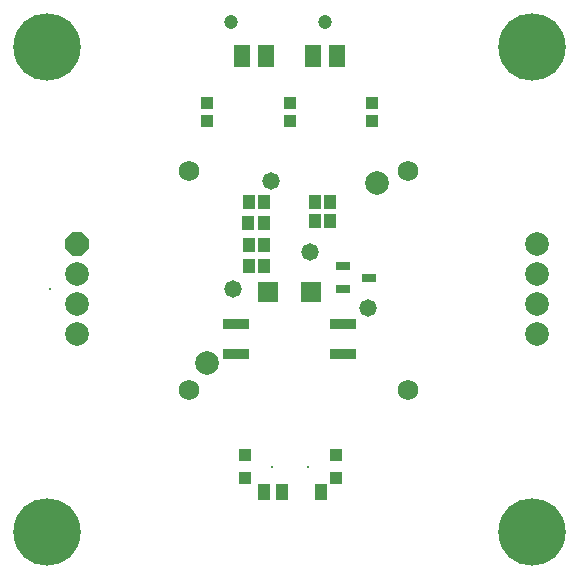
<source format=gts>
G04 Layer_Color=8388736*
%FSLAX44Y44*%
%MOMM*%
G71*
G01*
G75*
%ADD30R,1.1032X1.4532*%
%ADD31R,1.0032X1.1032*%
%ADD32R,1.0532X1.1532*%
%ADD33R,1.0032X1.0032*%
%ADD34R,1.4032X1.9532*%
%ADD35R,1.2532X0.8032*%
%ADD36R,2.3032X0.9532*%
%ADD37R,1.7032X1.8032*%
%ADD38C,0.2032*%
%ADD39C,2.0032*%
%ADD40C,1.2032*%
G04:AMPARAMS|DCode=41|XSize=0.2032mm|YSize=0.2032mm|CornerRadius=0mm|HoleSize=0mm|Usage=FLASHONLY|Rotation=270.000|XOffset=0mm|YOffset=0mm|HoleType=Round|Shape=RoundedRectangle|*
%AMROUNDEDRECTD41*
21,1,0.2032,0.2032,0,0,270.0*
21,1,0.2032,0.2032,0,0,270.0*
1,1,0.0000,-0.1016,-0.1016*
1,1,0.0000,-0.1016,0.1016*
1,1,0.0000,0.1016,0.1016*
1,1,0.0000,0.1016,-0.1016*
%
%ADD41ROUNDEDRECTD41*%
%ADD42P,2.1683X8X292.5*%
%ADD43C,1.7272*%
%ADD44C,5.7032*%
%ADD45C,1.4732*%
D30*
X276395Y78250D02*
D03*
X243395D02*
D03*
X228395D02*
D03*
D31*
X211895Y110000D02*
D03*
Y90000D02*
D03*
X288895Y110000D02*
D03*
Y90000D02*
D03*
D32*
X284500Y324000D02*
D03*
X271500D02*
D03*
X271500Y308000D02*
D03*
X284500D02*
D03*
X228000Y306100D02*
D03*
X215000D02*
D03*
X228500Y324000D02*
D03*
X215500D02*
D03*
X228500Y288000D02*
D03*
X215500D02*
D03*
X215500Y270000D02*
D03*
X228500D02*
D03*
D33*
X180000Y407500D02*
D03*
Y392500D02*
D03*
X320000Y407500D02*
D03*
Y392500D02*
D03*
X250000Y407500D02*
D03*
Y392500D02*
D03*
D34*
X210000Y447250D02*
D03*
X230000Y447250D02*
D03*
X270000Y447250D02*
D03*
X290000D02*
D03*
D35*
X295000Y269500D02*
D03*
Y250500D02*
D03*
X317000Y260000D02*
D03*
D36*
X295500Y195400D02*
D03*
Y220600D02*
D03*
X204500D02*
D03*
Y195400D02*
D03*
D37*
X268000Y248000D02*
D03*
X232000D02*
D03*
D38*
X235395Y100000D02*
D03*
X265395D02*
D03*
D39*
X180000Y188000D02*
D03*
X324000Y340000D02*
D03*
X459500Y288100D02*
D03*
Y211900D02*
D03*
Y237300D02*
D03*
Y262700D02*
D03*
X70000D02*
D03*
Y237300D02*
D03*
Y211900D02*
D03*
D40*
X200000Y476000D02*
D03*
X280000D02*
D03*
D41*
X47200Y250000D02*
D03*
D42*
X70000Y288100D02*
D03*
D43*
X350000Y165000D02*
D03*
X165000Y350000D02*
D03*
X350000D02*
D03*
X165000Y165000D02*
D03*
D44*
X45000Y455000D02*
D03*
X455000D02*
D03*
X45000Y45000D02*
D03*
X455000D02*
D03*
D45*
X202000Y250000D02*
D03*
X316000Y234000D02*
D03*
X266930Y282000D02*
D03*
X234000Y342000D02*
D03*
M02*

</source>
